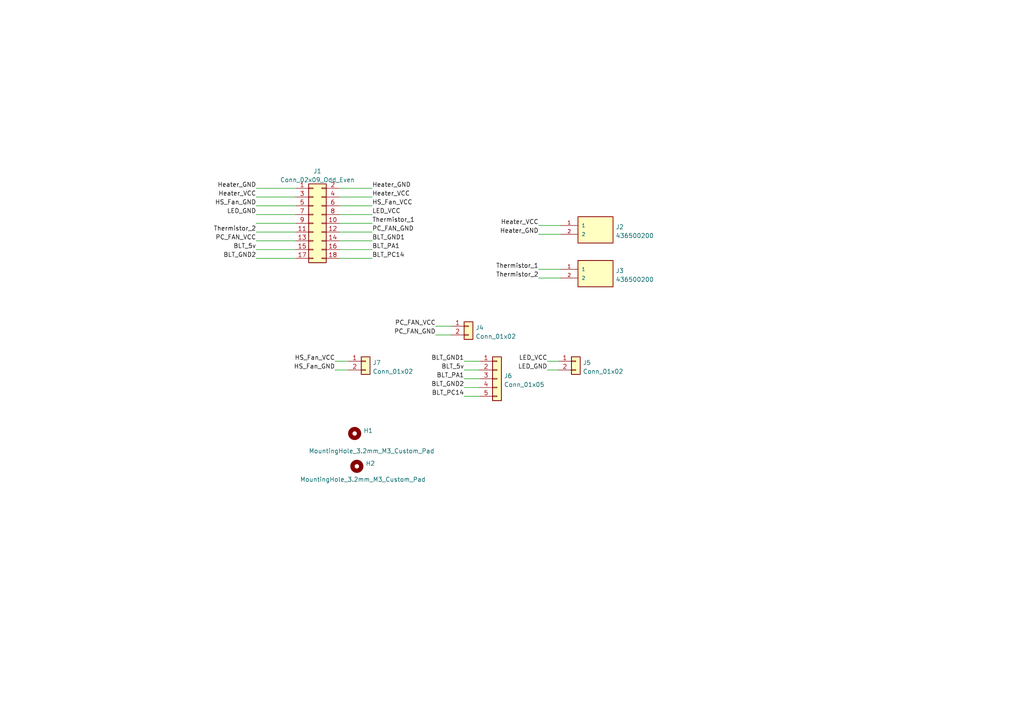
<source format=kicad_sch>
(kicad_sch (version 20211123) (generator eeschema)
  (paper "A4")
  (lib_symbols
    (symbol "Connector_Generic:Conn_01x02" (pin_names (offset 1.016) hide)
      (property "Reference" "J" (at 0 2.54 0))
      (property "Value" "Conn_01x02" (at 0 -5.08 0))
      (symbol "Conn_01x02_1_1"
        (rectangle (start -1.27 -2.413) (end 0 -2.667) (stroke (width 0.1524)))
        (rectangle (start -1.27 0.127) (end 0 -0.127) (stroke (width 0.1524)))
        (rectangle (start -1.27 1.27) (end 1.27 -3.81) (stroke (width 0.254)) (fill (type background)))
        (pin passive line (at -5.08 0 0) (length 3.81) (name "Pin_1") (number "1"))
        (pin passive line (at -5.08 -2.54 0) (length 3.81) (name "Pin_2") (number "2"))
      )
    )
    (symbol "Connector_Generic:Conn_01x05" (pin_names (offset 1.016) hide)
      (property "Reference" "J" (at 0 7.62 0))
      (property "Value" "Conn_01x05" (at 0 -7.62 0))
      (symbol "Conn_01x05_1_1"
        (rectangle (start -1.27 -4.953) (end 0 -5.207) (stroke (width 0.1524)))
        (rectangle (start -1.27 -2.413) (end 0 -2.667) (stroke (width 0.1524)))
        (rectangle (start -1.27 0.127) (end 0 -0.127) (stroke (width 0.1524)))
        (rectangle (start -1.27 2.667) (end 0 2.413) (stroke (width 0.1524)))
        (rectangle (start -1.27 5.207) (end 0 4.953) (stroke (width 0.1524)))
        (rectangle (start -1.27 6.35) (end 1.27 -6.35) (stroke (width 0.254)) (fill (type background)))
        (pin passive line (at -5.08 5.08 0) (length 3.81) (name "Pin_1") (number "1"))
        (pin passive line (at -5.08 2.54 0) (length 3.81) (name "Pin_2") (number "2"))
        (pin passive line (at -5.08 0 0) (length 3.81) (name "Pin_3") (number "3"))
        (pin passive line (at -5.08 -2.54 0) (length 3.81) (name "Pin_4") (number "4"))
        (pin passive line (at -5.08 -5.08 0) (length 3.81) (name "Pin_5") (number "5"))
      )
    )
    (symbol "Connector_Generic:Conn_02x09_Odd_Even" (pin_names (offset 1.016) hide)
      (property "Reference" "J" (at 1.27 12.7 0))
      (property "Value" "Conn_02x09_Odd_Even" (at 1.27 -12.7 0))
      (symbol "Conn_02x09_Odd_Even_1_1"
        (rectangle (start -1.27 -10.033) (end 0 -10.287) (stroke (width 0.1524)))
        (rectangle (start -1.27 -7.493) (end 0 -7.747) (stroke (width 0.1524)))
        (rectangle (start -1.27 -4.953) (end 0 -5.207) (stroke (width 0.1524)))
        (rectangle (start -1.27 -2.413) (end 0 -2.667) (stroke (width 0.1524)))
        (rectangle (start -1.27 0.127) (end 0 -0.127) (stroke (width 0.1524)))
        (rectangle (start -1.27 2.667) (end 0 2.413) (stroke (width 0.1524)))
        (rectangle (start -1.27 5.207) (end 0 4.953) (stroke (width 0.1524)))
        (rectangle (start -1.27 7.747) (end 0 7.493) (stroke (width 0.1524)))
        (rectangle (start -1.27 10.287) (end 0 10.033) (stroke (width 0.1524)))
        (rectangle (start -1.27 11.43) (end 3.81 -11.43) (stroke (width 0.254)) (fill (type background)))
        (rectangle (start 3.81 -10.033) (end 2.54 -10.287) (stroke (width 0.1524)))
        (rectangle (start 3.81 -7.493) (end 2.54 -7.747) (stroke (width 0.1524)))
        (rectangle (start 3.81 -4.953) (end 2.54 -5.207) (stroke (width 0.1524)))
        (rectangle (start 3.81 -2.413) (end 2.54 -2.667) (stroke (width 0.1524)))
        (rectangle (start 3.81 0.127) (end 2.54 -0.127) (stroke (width 0.1524)))
        (rectangle (start 3.81 2.667) (end 2.54 2.413) (stroke (width 0.1524)))
        (rectangle (start 3.81 5.207) (end 2.54 4.953) (stroke (width 0.1524)))
        (rectangle (start 3.81 7.747) (end 2.54 7.493) (stroke (width 0.1524)))
        (rectangle (start 3.81 10.287) (end 2.54 10.033) (stroke (width 0.1524)))
        (pin passive line (at -5.08 10.16 0) (length 3.81) (name "Pin_1") (number "1"))
        (pin passive line (at 7.62 0 180) (length 3.81) (name "Pin_10") (number "10"))
        (pin passive line (at -5.08 -2.54 0) (length 3.81) (name "Pin_11") (number "11"))
        (pin passive line (at 7.62 -2.54 180) (length 3.81) (name "Pin_12") (number "12"))
        (pin passive line (at -5.08 -5.08 0) (length 3.81) (name "Pin_13") (number "13"))
        (pin passive line (at 7.62 -5.08 180) (length 3.81) (name "Pin_14") (number "14"))
        (pin passive line (at -5.08 -7.62 0) (length 3.81) (name "Pin_15") (number "15"))
        (pin passive line (at 7.62 -7.62 180) (length 3.81) (name "Pin_16") (number "16"))
        (pin passive line (at -5.08 -10.16 0) (length 3.81) (name "Pin_17") (number "17"))
        (pin passive line (at 7.62 -10.16 180) (length 3.81) (name "Pin_18") (number "18"))
        (pin passive line (at 7.62 10.16 180) (length 3.81) (name "Pin_2") (number "2"))
        (pin passive line (at -5.08 7.62 0) (length 3.81) (name "Pin_3") (number "3"))
        (pin passive line (at 7.62 7.62 180) (length 3.81) (name "Pin_4") (number "4"))
        (pin passive line (at -5.08 5.08 0) (length 3.81) (name "Pin_5") (number "5"))
        (pin passive line (at 7.62 5.08 180) (length 3.81) (name "Pin_6") (number "6"))
        (pin passive line (at -5.08 2.54 0) (length 3.81) (name "Pin_7") (number "7"))
        (pin passive line (at 7.62 2.54 180) (length 3.81) (name "Pin_8") (number "8"))
        (pin passive line (at -5.08 0 0) (length 3.81) (name "Pin_9") (number "9"))
      )
    )
    (symbol "Mechanical:MountingHole" (pin_names (offset 1.016))
      (property "Reference" "H" (at 0 5.08 0))
      (property "Value" "MountingHole" (at 0 3.175 0))
      (symbol "MountingHole_0_1"
        (circle (center 0 0) (radius 1.27) (stroke (width 1.27)))
      )
    )
    (symbol "Molex Micro-fit 3.0:436500200" (pin_names (offset 1.016))
      (property "Reference" "J" (at -5.08 3.81 0))
      (property "Value" "436500200" (at -5.08 -6.35 0))
      (symbol "436500200_0_0"
        (rectangle (start -5.08 -5.08) (end 5.08 2.54) (stroke (width 0.254)) (fill (type background)))
        (pin passive line (at -10.16 0 0) (length 5.08) (name "1") (number "1"))
        (pin passive line (at -10.16 -2.54 0) (length 5.08) (name "2") (number "2"))
      )
    )
  )
  (wire (pts (xy 134.62 104.775) (xy 139.065 104.775)))
  (wire (pts (xy 98.425 72.39) (xy 107.95 72.39)))
  (wire (pts (xy 156.21 67.945) (xy 162.56 67.945)))
  (wire (pts (xy 74.295 74.93) (xy 85.725 74.93)))
  (wire (pts (xy 74.295 64.77) (xy 85.725 64.77)))
  (wire (pts (xy 134.62 112.395) (xy 139.065 112.395)))
  (wire (pts (xy 74.295 67.31) (xy 85.725 67.31)))
  (wire (pts (xy 98.425 69.85) (xy 107.95 69.85)))
  (wire (pts (xy 74.295 57.15) (xy 85.725 57.15)))
  (wire (pts (xy 158.75 104.775) (xy 161.925 104.775)))
  (wire (pts (xy 98.425 67.31) (xy 107.95 67.31)))
  (wire (pts (xy 98.425 64.77) (xy 107.95 64.77)))
  (wire (pts (xy 74.295 59.69) (xy 85.725 59.69)))
  (wire (pts (xy 98.425 62.23) (xy 107.95 62.23)))
  (wire (pts (xy 97.155 107.315) (xy 100.965 107.315)))
  (wire (pts (xy 126.365 94.615) (xy 130.81 94.615)))
  (wire (pts (xy 156.21 65.405) (xy 162.56 65.405)))
  (wire (pts (xy 134.62 114.935) (xy 139.065 114.935)))
  (wire (pts (xy 74.295 69.85) (xy 85.725 69.85)))
  (wire (pts (xy 156.21 78.105) (xy 162.56 78.105)))
  (wire (pts (xy 74.295 72.39) (xy 85.725 72.39)))
  (wire (pts (xy 98.425 54.61) (xy 107.95 54.61)))
  (wire (pts (xy 158.75 107.315) (xy 161.925 107.315)))
  (wire (pts (xy 98.425 57.15) (xy 107.95 57.15)))
  (wire (pts (xy 134.62 109.855) (xy 139.065 109.855)))
  (wire (pts (xy 97.155 104.775) (xy 100.965 104.775)))
  (wire (pts (xy 98.425 74.93) (xy 107.95 74.93)))
  (wire (pts (xy 126.365 97.155) (xy 130.81 97.155)))
  (wire (pts (xy 98.425 59.69) (xy 107.95 59.69)))
  (wire (pts (xy 156.21 80.645) (xy 162.56 80.645)))
  (wire (pts (xy 74.295 62.23) (xy 85.725 62.23)))
  (wire (pts (xy 74.295 54.61) (xy 85.725 54.61)))
  (wire (pts (xy 134.62 107.315) (xy 139.065 107.315)))
  (label "Thermistor_2" (at 156.21 80.645 180))
  (label "Heater_GND" (at 107.95 54.61 0))
  (label "BLT_5v" (at 74.295 72.39 180))
  (label "HS_Fan_GND" (at 97.155 107.315 180))
  (label "Heater_VCC" (at 74.295 57.15 180))
  (label "LED_VCC" (at 107.95 62.23 0))
  (label "BLT_PA1" (at 134.62 109.855 180))
  (label "LED_GND" (at 158.75 107.315 180))
  (label "Heater_GND" (at 156.21 67.945 180))
  (label "HS_Fan_VCC" (at 107.95 59.69 0))
  (label "BLT_PC14" (at 134.62 114.935 180))
  (label "Thermistor_1" (at 156.21 78.105 180))
  (label "Heater_VCC" (at 107.95 57.15 0))
  (label "PC_FAN_GND" (at 126.365 97.155 180))
  (label "BLT_5v" (at 134.62 107.315 180))
  (label "PC_FAN_VCC" (at 74.295 69.85 180))
  (label "Thermistor_1" (at 107.95 64.77 0))
  (label "Heater_VCC" (at 156.21 65.405 180))
  (label "LED_VCC" (at 158.75 104.775 180))
  (label "BLT_GND1" (at 107.95 69.85 0))
  (label "PC_FAN_GND" (at 107.95 67.31 0))
  (label "BLT_GND2" (at 74.295 74.93 180))
  (label "HS_Fan_VCC" (at 97.155 104.775 180))
  (label "BLT_PA1" (at 107.95 72.39 0))
  (label "PC_FAN_VCC" (at 126.365 94.615 180))
  (label "BLT_GND2" (at 134.62 112.395 180))
  (label "LED_GND" (at 74.295 62.23 180))
  (label "BLT_GND1" (at 134.62 104.775 180))
  (label "BLT_PC14" (at 107.95 74.93 0))
  (label "HS_Fan_GND" (at 74.295 59.69 180))
  (label "Heater_GND" (at 74.295 54.61 180))
  (label "Thermistor_2" (at 74.295 67.31 180))
  (symbol (lib_id "Molex Micro-fit 3.0:436500200") (at 172.72 65.405 0) (unit 1)
    (property "Reference" "J2" (at 178.562 65.8403 0) (effects (justify left)))
    (property "Value" "436500200" (at 178.562 68.3772 0) (effects (justify left)))
    (property "Footprint" "Molex Micro-fit 3.0:MOLEX_436500200" (effects hide))
    (property "MANUFACTURER" "Molex" (effects hide))
    (property "PARTREV" "D7" (effects hide))
    (property "MAXIMUM_PACKAGE_HEIGHT" "5.57 mm" (effects hide))
    (property "STANDARD" "Manufacturer Recommendations" (effects hide))
  )
  (symbol (lib_id "Mechanical:MountingHole") (at 103.505 135.255 0) (unit 1)
    (property "Reference" "H2" (at 106.045 134.4203 0) (effects (justify left)))
    (property "Value" "MountingHole_3.2mm_M3_Custom_Pad" (at 86.995 139.065 0) (effects (justify left)))
    (property "Footprint" "Derek's Components:MountingHole_3.2mm_M3_Custom_Pad" (effects hide))
  )
  (symbol (lib_id "Mechanical:MountingHole") (at 102.87 125.73 0) (unit 1)
    (property "Reference" "H1" (at 105.41 124.8953 0) (effects (justify left)))
    (property "Value" "MountingHole_3.2mm_M3_Custom_Pad" (at 89.535 130.81 0) (effects (justify left)))
    (property "Footprint" "Derek's Components:MountingHole_3.2mm_M3_Custom_Pad" (effects hide))
  )
  (symbol (lib_id "Molex Micro-fit 3.0:436500200") (at 172.72 78.105 0) (unit 1)
    (property "Reference" "J3" (at 178.562 78.5403 0) (effects (justify left)))
    (property "Value" "436500200" (at 178.562 81.0772 0) (effects (justify left)))
    (property "Footprint" "Molex Micro-fit 3.0:MOLEX_436500200" (effects hide))
    (property "MANUFACTURER" "Molex" (effects hide))
    (property "PARTREV" "D7" (effects hide))
    (property "MAXIMUM_PACKAGE_HEIGHT" "5.57 mm" (effects hide))
    (property "STANDARD" "Manufacturer Recommendations" (effects hide))
  )
  (symbol (lib_id "Connector_Generic:Conn_02x09_Odd_Even") (at 90.805 64.77 0) (unit 1)
    (property "Reference" "J1" (at 92.075 49.6402 0))
    (property "Value" "Conn_02x09_Odd_Even" (at 92.075 52.1771 0))
    (property "Footprint" "Connector_PinHeader_2.54mm:PinHeader_2x09_P2.54mm_Vertical" (effects hide))
  )
  (symbol (lib_id "Connector_Generic:Conn_01x02") (at 167.005 104.775 0) (unit 1)
    (property "Reference" "J5" (at 169.037 105.2103 0) (effects (justify left)))
    (property "Value" "Conn_01x02" (at 169.037 107.7472 0) (effects (justify left)))
    (property "Footprint" "Connector_JST:JST_PH_B2B-PH-K_1x02_P2.00mm_Vertical" (effects hide))
  )
  (symbol (lib_id "Connector_Generic:Conn_01x02") (at 106.045 104.775 0) (unit 1)
    (property "Reference" "J7" (at 108.077 105.2103 0) (effects (justify left)))
    (property "Value" "Conn_01x02" (at 108.077 107.7472 0) (effects (justify left)))
    (property "Footprint" "Connector_JST:JST_PH_B2B-PH-K_1x02_P2.00mm_Vertical" (effects hide))
  )
  (symbol (lib_id "Connector_Generic:Conn_01x02") (at 135.89 94.615 0) (unit 1)
    (property "Reference" "J4" (at 137.922 95.0503 0) (effects (justify left)))
    (property "Value" "Conn_01x02" (at 137.922 97.5872 0) (effects (justify left)))
    (property "Footprint" "Connector_JST:JST_PH_B2B-PH-K_1x02_P2.00mm_Vertical" (effects hide))
  )
  (symbol (lib_id "Connector_Generic:Conn_01x05") (at 144.145 109.855 0) (unit 1)
    (property "Reference" "J6" (at 146.177 109.0203 0) (effects (justify left)))
    (property "Value" "Conn_01x05" (at 146.177 111.5572 0) (effects (justify left)))
    (property "Footprint" "Connector_JST:JST_PH_B5B-PH-K_1x05_P2.00mm_Vertical" (effects hide))
  )
)
</source>
